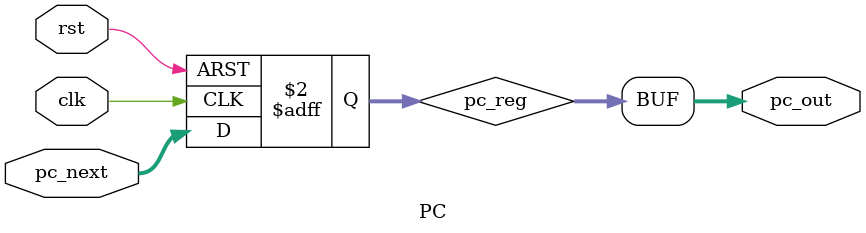
<source format=v>
`timescale 1ns / 1ps

module PC (
    input clk,
    input rst,
    input [63:0] pc_next,
	//input [63:0] pc,
	//input pc_stall,
    output [63:0] pc_out
);
	reg [63:0] pc_reg;

	always@(posedge clk or posedge rst) begin
		if(rst) pc_reg<=0;
		//else if(pc_stall) pc_reg<=pc;
		else pc_reg<=pc_next;
	end
	assign pc_out=pc_reg;
	
endmodule

</source>
